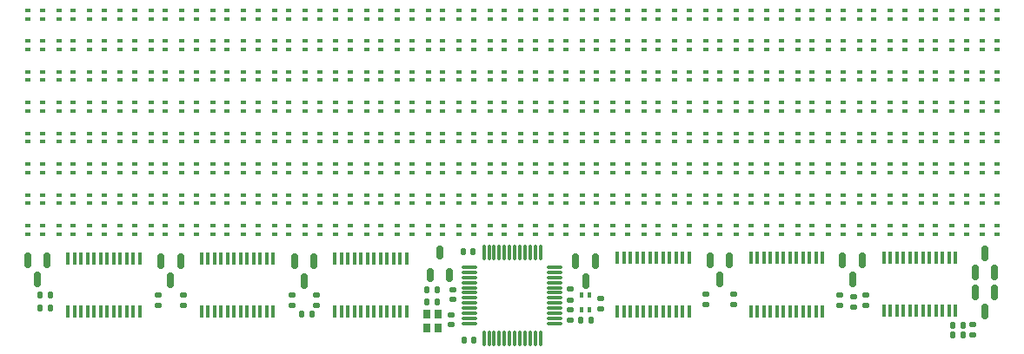
<source format=gbr>
%TF.GenerationSoftware,KiCad,Pcbnew,7.0.6*%
%TF.CreationDate,2023-07-18T02:13:15+02:00*%
%TF.ProjectId,ledboad,6c656462-6f61-4642-9e6b-696361645f70,rev?*%
%TF.SameCoordinates,Original*%
%TF.FileFunction,Paste,Top*%
%TF.FilePolarity,Positive*%
%FSLAX46Y46*%
G04 Gerber Fmt 4.6, Leading zero omitted, Abs format (unit mm)*
G04 Created by KiCad (PCBNEW 7.0.6) date 2023-07-18 02:13:15*
%MOMM*%
%LPD*%
G01*
G04 APERTURE LIST*
G04 Aperture macros list*
%AMRoundRect*
0 Rectangle with rounded corners*
0 $1 Rounding radius*
0 $2 $3 $4 $5 $6 $7 $8 $9 X,Y pos of 4 corners*
0 Add a 4 corners polygon primitive as box body*
4,1,4,$2,$3,$4,$5,$6,$7,$8,$9,$2,$3,0*
0 Add four circle primitives for the rounded corners*
1,1,$1+$1,$2,$3*
1,1,$1+$1,$4,$5*
1,1,$1+$1,$6,$7*
1,1,$1+$1,$8,$9*
0 Add four rect primitives between the rounded corners*
20,1,$1+$1,$2,$3,$4,$5,0*
20,1,$1+$1,$4,$5,$6,$7,0*
20,1,$1+$1,$6,$7,$8,$9,0*
20,1,$1+$1,$8,$9,$2,$3,0*%
G04 Aperture macros list end*
%ADD10R,0.600000X0.400000*%
%ADD11R,0.400000X1.200000*%
%ADD12RoundRect,0.075000X-0.662500X-0.075000X0.662500X-0.075000X0.662500X0.075000X-0.662500X0.075000X0*%
%ADD13RoundRect,0.075000X-0.075000X-0.662500X0.075000X-0.662500X0.075000X0.662500X-0.075000X0.662500X0*%
%ADD14RoundRect,0.150000X-0.150000X0.587500X-0.150000X-0.587500X0.150000X-0.587500X0.150000X0.587500X0*%
%ADD15RoundRect,0.135000X-0.185000X0.135000X-0.185000X-0.135000X0.185000X-0.135000X0.185000X0.135000X0*%
%ADD16RoundRect,0.135000X0.185000X-0.135000X0.185000X0.135000X-0.185000X0.135000X-0.185000X-0.135000X0*%
%ADD17RoundRect,0.140000X-0.140000X-0.170000X0.140000X-0.170000X0.140000X0.170000X-0.140000X0.170000X0*%
%ADD18RoundRect,0.135000X0.135000X0.185000X-0.135000X0.185000X-0.135000X-0.185000X0.135000X-0.185000X0*%
%ADD19R,0.800000X0.900000*%
%ADD20RoundRect,0.140000X0.140000X0.170000X-0.140000X0.170000X-0.140000X-0.170000X0.140000X-0.170000X0*%
%ADD21RoundRect,0.150000X0.150000X-0.587500X0.150000X0.587500X-0.150000X0.587500X-0.150000X-0.587500X0*%
%ADD22RoundRect,0.150000X0.150000X-0.512500X0.150000X0.512500X-0.150000X0.512500X-0.150000X-0.512500X0*%
%ADD23RoundRect,0.140000X-0.170000X0.140000X-0.170000X-0.140000X0.170000X-0.140000X0.170000X0.140000X0*%
%ADD24RoundRect,0.140000X0.170000X-0.140000X0.170000X0.140000X-0.170000X0.140000X-0.170000X-0.140000X0*%
%ADD25RoundRect,0.135000X-0.135000X-0.185000X0.135000X-0.185000X0.135000X0.185000X-0.135000X0.185000X0*%
%ADD26R,0.400000X0.600000*%
G04 APERTURE END LIST*
D10*
%TO.C,D5_6*%
X61597430Y-33698700D03*
X62997430Y-33698700D03*
X62997430Y-34498700D03*
X61597430Y-34498700D03*
%TD*%
%TO.C,D8_4*%
X70595888Y-27699220D03*
X71995888Y-27699220D03*
X71995888Y-28499220D03*
X70595888Y-28499220D03*
%TD*%
%TO.C,D11_3*%
X79594346Y-24699480D03*
X80994346Y-24699480D03*
X80994346Y-25499480D03*
X79594346Y-25499480D03*
%TD*%
%TO.C,D3_7*%
X55598458Y-36698440D03*
X56998458Y-36698440D03*
X56998458Y-37498440D03*
X55598458Y-37498440D03*
%TD*%
%TO.C,D0_3*%
X46600000Y-24699480D03*
X48000000Y-24699480D03*
X48000000Y-25499480D03*
X46600000Y-25499480D03*
%TD*%
%TO.C,D3_5*%
X55598458Y-30698960D03*
X56998458Y-30698960D03*
X56998458Y-31498960D03*
X55598458Y-31498960D03*
%TD*%
%TO.C,D4_3*%
X58597944Y-24699480D03*
X59997944Y-24699480D03*
X59997944Y-25499480D03*
X58597944Y-25499480D03*
%TD*%
%TO.C,D17_6*%
X97591262Y-33698700D03*
X98991262Y-33698700D03*
X98991262Y-34498700D03*
X97591262Y-34498700D03*
%TD*%
%TO.C,D22_2*%
X112587005Y-21699740D03*
X113987005Y-21699740D03*
X113987005Y-22499740D03*
X112587005Y-22499740D03*
%TD*%
%TO.C,D25_2*%
X121587150Y-21699740D03*
X122987150Y-21699740D03*
X122987150Y-22499740D03*
X121587150Y-22499740D03*
%TD*%
%TO.C,D13_5*%
X85593318Y-30698960D03*
X86993318Y-30698960D03*
X86993318Y-31498960D03*
X85593318Y-31498960D03*
%TD*%
%TO.C,D25_6*%
X121587150Y-33698700D03*
X122987150Y-33698700D03*
X122987150Y-34498700D03*
X121587150Y-34498700D03*
%TD*%
%TO.C,D13_6*%
X85593318Y-33698700D03*
X86993318Y-33698700D03*
X86993318Y-34498700D03*
X85593318Y-34498700D03*
%TD*%
%TO.C,D17_2*%
X97591262Y-21699740D03*
X98991262Y-21699740D03*
X98991262Y-22499740D03*
X97591262Y-22499740D03*
%TD*%
D11*
%TO.C,RU2*%
X104007500Y-48037500D03*
X104642500Y-48037500D03*
X105277500Y-48037500D03*
X105912500Y-48037500D03*
X106547500Y-48037500D03*
X107182500Y-48037500D03*
X107817500Y-48037500D03*
X108452500Y-48037500D03*
X109087500Y-48037500D03*
X109722500Y-48037500D03*
X110357500Y-48037500D03*
X110992500Y-48037500D03*
X110992500Y-42837500D03*
X110357500Y-42837500D03*
X109722500Y-42837500D03*
X109087500Y-42837500D03*
X108452500Y-42837500D03*
X107817500Y-42837500D03*
X107182500Y-42837500D03*
X106547500Y-42837500D03*
X105912500Y-42837500D03*
X105277500Y-42837500D03*
X104642500Y-42837500D03*
X104007500Y-42837500D03*
%TD*%
D10*
%TO.C,D8_2*%
X70595888Y-21699740D03*
X71995888Y-21699740D03*
X71995888Y-22499740D03*
X70595888Y-22499740D03*
%TD*%
D11*
%TO.C,RU1*%
X50507500Y-48100000D03*
X51142500Y-48100000D03*
X51777500Y-48100000D03*
X52412500Y-48100000D03*
X53047500Y-48100000D03*
X53682500Y-48100000D03*
X54317500Y-48100000D03*
X54952500Y-48100000D03*
X55587500Y-48100000D03*
X56222500Y-48100000D03*
X56857500Y-48100000D03*
X57492500Y-48100000D03*
X57492500Y-42900000D03*
X56857500Y-42900000D03*
X56222500Y-42900000D03*
X55587500Y-42900000D03*
X54952500Y-42900000D03*
X54317500Y-42900000D03*
X53682500Y-42900000D03*
X53047500Y-42900000D03*
X52412500Y-42900000D03*
X51777500Y-42900000D03*
X51142500Y-42900000D03*
X50507500Y-42900000D03*
%TD*%
D10*
%TO.C,D2_4*%
X52598972Y-27699220D03*
X53998972Y-27699220D03*
X53998972Y-28499220D03*
X52598972Y-28499220D03*
%TD*%
%TO.C,D23_7*%
X115588178Y-36698440D03*
X116988178Y-36698440D03*
X116988178Y-37498440D03*
X115588178Y-37498440D03*
%TD*%
%TO.C,D20_4*%
X106589720Y-27699220D03*
X107989720Y-27699220D03*
X107989720Y-28499220D03*
X106589720Y-28499220D03*
%TD*%
%TO.C,D30_4*%
X136584580Y-27699220D03*
X137984580Y-27699220D03*
X137984580Y-28499220D03*
X136584580Y-28499220D03*
%TD*%
%TO.C,D9_7*%
X73595374Y-36698440D03*
X74995374Y-36698440D03*
X74995374Y-37498440D03*
X73595374Y-37498440D03*
%TD*%
%TO.C,D30_7*%
X136584580Y-36698440D03*
X137984580Y-36698440D03*
X137984580Y-37498440D03*
X136584580Y-37498440D03*
%TD*%
%TO.C,D22_7*%
X112587005Y-36698440D03*
X113987005Y-36698440D03*
X113987005Y-37498440D03*
X112587005Y-37498440D03*
%TD*%
D12*
%TO.C,U1*%
X89587500Y-43750000D03*
X89587500Y-44250000D03*
X89587500Y-44750000D03*
X89587500Y-45250000D03*
X89587500Y-45750000D03*
X89587500Y-46250000D03*
X89587500Y-46750000D03*
X89587500Y-47250000D03*
X89587500Y-47750000D03*
X89587500Y-48250000D03*
X89587500Y-48750000D03*
X89587500Y-49250000D03*
D13*
X91000000Y-50662500D03*
X91500000Y-50662500D03*
X92000000Y-50662500D03*
X92500000Y-50662500D03*
X93000000Y-50662500D03*
X93500000Y-50662500D03*
X94000000Y-50662500D03*
X94500000Y-50662500D03*
X95000000Y-50662500D03*
X95500000Y-50662500D03*
X96000000Y-50662500D03*
X96500000Y-50662500D03*
D12*
X97912500Y-49250000D03*
X97912500Y-48750000D03*
X97912500Y-48250000D03*
X97912500Y-47750000D03*
X97912500Y-47250000D03*
X97912500Y-46750000D03*
X97912500Y-46250000D03*
X97912500Y-45750000D03*
X97912500Y-45250000D03*
X97912500Y-44750000D03*
X97912500Y-44250000D03*
X97912500Y-43750000D03*
D13*
X96500000Y-42337500D03*
X96000000Y-42337500D03*
X95500000Y-42337500D03*
X95000000Y-42337500D03*
X94500000Y-42337500D03*
X94000000Y-42337500D03*
X93500000Y-42337500D03*
X93000000Y-42337500D03*
X92500000Y-42337500D03*
X92000000Y-42337500D03*
X91500000Y-42337500D03*
X91000000Y-42337500D03*
%TD*%
D10*
%TO.C,D13_2*%
X85593318Y-21699740D03*
X86993318Y-21699740D03*
X86993318Y-22499740D03*
X85593318Y-22499740D03*
%TD*%
D14*
%TO.C,Q2*%
X101850000Y-43200000D03*
X99950000Y-43200000D03*
X100900000Y-45075000D03*
%TD*%
D10*
%TO.C,D14_7*%
X88592804Y-36698440D03*
X89992804Y-36698440D03*
X89992804Y-37498440D03*
X88592804Y-37498440D03*
%TD*%
D15*
%TO.C,R13*%
X74725000Y-46440000D03*
X74725000Y-47460000D03*
%TD*%
D10*
%TO.C,D18_7*%
X100590748Y-36698440D03*
X101990748Y-36698440D03*
X101990748Y-37498440D03*
X100590748Y-37498440D03*
%TD*%
%TO.C,D1_1*%
X49599486Y-18700000D03*
X50999486Y-18700000D03*
X50999486Y-19500000D03*
X49599486Y-19500000D03*
%TD*%
D11*
%TO.C,RU6*%
X129957500Y-48025000D03*
X130592500Y-48025000D03*
X131227500Y-48025000D03*
X131862500Y-48025000D03*
X132497500Y-48025000D03*
X133132500Y-48025000D03*
X133767500Y-48025000D03*
X134402500Y-48025000D03*
X135037500Y-48025000D03*
X135672500Y-48025000D03*
X136307500Y-48025000D03*
X136942500Y-48025000D03*
X136942500Y-42825000D03*
X136307500Y-42825000D03*
X135672500Y-42825000D03*
X135037500Y-42825000D03*
X134402500Y-42825000D03*
X133767500Y-42825000D03*
X133132500Y-42825000D03*
X132497500Y-42825000D03*
X131862500Y-42825000D03*
X131227500Y-42825000D03*
X130592500Y-42825000D03*
X129957500Y-42825000D03*
%TD*%
D10*
%TO.C,D31_4*%
X139584066Y-27699220D03*
X140984066Y-27699220D03*
X140984066Y-28499220D03*
X139584066Y-28499220D03*
%TD*%
%TO.C,D4_8*%
X58597944Y-39698180D03*
X59997944Y-39698180D03*
X59997944Y-40498180D03*
X58597944Y-40498180D03*
%TD*%
%TO.C,D18_3*%
X100590748Y-24699480D03*
X101990748Y-24699480D03*
X101990748Y-25499480D03*
X100590748Y-25499480D03*
%TD*%
%TO.C,D23_5*%
X115588178Y-30698960D03*
X116988178Y-30698960D03*
X116988178Y-31498960D03*
X115588178Y-31498960D03*
%TD*%
%TO.C,D21_3*%
X109589206Y-24699480D03*
X110989206Y-24699480D03*
X110989206Y-25499480D03*
X109589206Y-25499480D03*
%TD*%
%TO.C,D13_4*%
X85593318Y-27699220D03*
X86993318Y-27699220D03*
X86993318Y-28499220D03*
X85593318Y-28499220D03*
%TD*%
%TO.C,D24_7*%
X118587664Y-36698440D03*
X119987664Y-36698440D03*
X119987664Y-37498440D03*
X118587664Y-37498440D03*
%TD*%
%TO.C,D18_2*%
X100590748Y-21699740D03*
X101990748Y-21699740D03*
X101990748Y-22499740D03*
X100590748Y-22499740D03*
%TD*%
D16*
%TO.C,R2*%
X99450000Y-46935000D03*
X99450000Y-45915000D03*
%TD*%
D10*
%TO.C,D24_3*%
X118587664Y-24699480D03*
X119987664Y-24699480D03*
X119987664Y-25499480D03*
X118587664Y-25499480D03*
%TD*%
D14*
%TO.C,Q5*%
X74450000Y-43200000D03*
X72550000Y-43200000D03*
X73500000Y-45075000D03*
%TD*%
%TO.C,Q3*%
X61450000Y-43125000D03*
X59550000Y-43125000D03*
X60500000Y-45000000D03*
%TD*%
D10*
%TO.C,D2_5*%
X52598972Y-30698960D03*
X53998972Y-30698960D03*
X53998972Y-31498960D03*
X52598972Y-31498960D03*
%TD*%
D15*
%TO.C,R11*%
X61750000Y-46440000D03*
X61750000Y-47460000D03*
%TD*%
D10*
%TO.C,D17_5*%
X97591262Y-30698960D03*
X98991262Y-30698960D03*
X98991262Y-31498960D03*
X97591262Y-31498960D03*
%TD*%
%TO.C,D5_8*%
X61597430Y-39698180D03*
X62997430Y-39698180D03*
X62997430Y-40498180D03*
X61597430Y-40498180D03*
%TD*%
%TO.C,D2_6*%
X52598972Y-33698700D03*
X53998972Y-33698700D03*
X53998972Y-34498700D03*
X52598972Y-34498700D03*
%TD*%
%TO.C,D20_7*%
X106589720Y-36698440D03*
X107989720Y-36698440D03*
X107989720Y-37498440D03*
X106589720Y-37498440D03*
%TD*%
%TO.C,D0_1*%
X46600000Y-18700000D03*
X48000000Y-18700000D03*
X48000000Y-19500000D03*
X46600000Y-19500000D03*
%TD*%
%TO.C,D23_6*%
X115588178Y-33698700D03*
X116988178Y-33698700D03*
X116988178Y-34498700D03*
X115588178Y-34498700D03*
%TD*%
%TO.C,D10_5*%
X76594860Y-30698960D03*
X77994860Y-30698960D03*
X77994860Y-31498960D03*
X76594860Y-31498960D03*
%TD*%
%TO.C,D31_3*%
X139584066Y-24699480D03*
X140984066Y-24699480D03*
X140984066Y-25499480D03*
X139584066Y-25499480D03*
%TD*%
D17*
%TO.C,C2*%
X88970000Y-42200000D03*
X89930000Y-42200000D03*
%TD*%
D18*
%TO.C,R8*%
X137660000Y-49400000D03*
X136640000Y-49400000D03*
%TD*%
D10*
%TO.C,D7_8*%
X67596402Y-39698180D03*
X68996402Y-39698180D03*
X68996402Y-40498180D03*
X67596402Y-40498180D03*
%TD*%
%TO.C,D5_5*%
X61597430Y-30698960D03*
X62997430Y-30698960D03*
X62997430Y-31498960D03*
X61597430Y-31498960D03*
%TD*%
%TO.C,D20_2*%
X106589720Y-21699740D03*
X107989720Y-21699740D03*
X107989720Y-22499740D03*
X106589720Y-22499740D03*
%TD*%
%TO.C,D22_5*%
X112587005Y-30698960D03*
X113987005Y-30698960D03*
X113987005Y-31498960D03*
X112587005Y-31498960D03*
%TD*%
%TO.C,D17_7*%
X97591262Y-36698440D03*
X98991262Y-36698440D03*
X98991262Y-37498440D03*
X97591262Y-37498440D03*
%TD*%
%TO.C,D25_7*%
X121587150Y-36698440D03*
X122987150Y-36698440D03*
X122987150Y-37498440D03*
X121587150Y-37498440D03*
%TD*%
%TO.C,D20_8*%
X106589720Y-39698180D03*
X107989720Y-39698180D03*
X107989720Y-40498180D03*
X106589720Y-40498180D03*
%TD*%
%TO.C,D28_5*%
X130585608Y-30698960D03*
X131985608Y-30698960D03*
X131985608Y-31498960D03*
X130585608Y-31498960D03*
%TD*%
%TO.C,D0_7*%
X46600000Y-36698440D03*
X48000000Y-36698440D03*
X48000000Y-37498440D03*
X46600000Y-37498440D03*
%TD*%
%TO.C,D12_3*%
X82593832Y-24699480D03*
X83993832Y-24699480D03*
X83993832Y-25499480D03*
X82593832Y-25499480D03*
%TD*%
D19*
%TO.C,Y1*%
X85450000Y-48325000D03*
X85450000Y-49725000D03*
X86550000Y-49725000D03*
X86550000Y-48325000D03*
%TD*%
D10*
%TO.C,D14_6*%
X88592804Y-33698700D03*
X89992804Y-33698700D03*
X89992804Y-34498700D03*
X88592804Y-34498700D03*
%TD*%
D20*
%TO.C,C3*%
X90005000Y-50875000D03*
X89045000Y-50875000D03*
%TD*%
D10*
%TO.C,D14_5*%
X88592804Y-30698960D03*
X89992804Y-30698960D03*
X89992804Y-31498960D03*
X88592804Y-31498960D03*
%TD*%
%TO.C,D16_7*%
X94591776Y-36698440D03*
X95991776Y-36698440D03*
X95991776Y-37498440D03*
X94591776Y-37498440D03*
%TD*%
%TO.C,D23_4*%
X115588178Y-27699220D03*
X116988178Y-27699220D03*
X116988178Y-28499220D03*
X115588178Y-28499220D03*
%TD*%
%TO.C,D21_5*%
X109589206Y-30698960D03*
X110989206Y-30698960D03*
X110989206Y-31498960D03*
X109589206Y-31498960D03*
%TD*%
%TO.C,D7_7*%
X67596402Y-36698440D03*
X68996402Y-36698440D03*
X68996402Y-37498440D03*
X67596402Y-37498440D03*
%TD*%
%TO.C,D5_4*%
X61597430Y-27699220D03*
X62997430Y-27699220D03*
X62997430Y-28499220D03*
X61597430Y-28499220D03*
%TD*%
%TO.C,D16_3*%
X94591776Y-24699480D03*
X95991776Y-24699480D03*
X95991776Y-25499480D03*
X94591776Y-25499480D03*
%TD*%
%TO.C,D28_8*%
X130585608Y-39698180D03*
X131985608Y-39698180D03*
X131985608Y-40498180D03*
X130585608Y-40498180D03*
%TD*%
%TO.C,D2_2*%
X52598972Y-21699740D03*
X53998972Y-21699740D03*
X53998972Y-22499740D03*
X52598972Y-22499740D03*
%TD*%
%TO.C,D19_7*%
X103590234Y-36698440D03*
X104990234Y-36698440D03*
X104990234Y-37498440D03*
X103590234Y-37498440D03*
%TD*%
%TO.C,D17_8*%
X97591262Y-39698180D03*
X98991262Y-39698180D03*
X98991262Y-40498180D03*
X97591262Y-40498180D03*
%TD*%
D11*
%TO.C,RU5*%
X76507500Y-48100000D03*
X77142500Y-48100000D03*
X77777500Y-48100000D03*
X78412500Y-48100000D03*
X79047500Y-48100000D03*
X79682500Y-48100000D03*
X80317500Y-48100000D03*
X80952500Y-48100000D03*
X81587500Y-48100000D03*
X82222500Y-48100000D03*
X82857500Y-48100000D03*
X83492500Y-48100000D03*
X83492500Y-42900000D03*
X82857500Y-42900000D03*
X82222500Y-42900000D03*
X81587500Y-42900000D03*
X80952500Y-42900000D03*
X80317500Y-42900000D03*
X79682500Y-42900000D03*
X79047500Y-42900000D03*
X78412500Y-42900000D03*
X77777500Y-42900000D03*
X77142500Y-42900000D03*
X76507500Y-42900000D03*
%TD*%
D10*
%TO.C,D5_7*%
X61597430Y-36698440D03*
X62997430Y-36698440D03*
X62997430Y-37498440D03*
X61597430Y-37498440D03*
%TD*%
%TO.C,D23_2*%
X115588178Y-21699740D03*
X116988178Y-21699740D03*
X116988178Y-22499740D03*
X115588178Y-22499740D03*
%TD*%
%TO.C,D0_4*%
X46600000Y-27699220D03*
X48000000Y-27699220D03*
X48000000Y-28499220D03*
X46600000Y-28499220D03*
%TD*%
%TO.C,D15_3*%
X91592290Y-24699480D03*
X92992290Y-24699480D03*
X92992290Y-25499480D03*
X91592290Y-25499480D03*
%TD*%
D15*
%TO.C,R10*%
X112650000Y-46340000D03*
X112650000Y-47360000D03*
%TD*%
D10*
%TO.C,D10_4*%
X76594860Y-27699220D03*
X77994860Y-27699220D03*
X77994860Y-28499220D03*
X76594860Y-28499220D03*
%TD*%
%TO.C,D14_8*%
X88592804Y-39698180D03*
X89992804Y-39698180D03*
X89992804Y-40498180D03*
X88592804Y-40498180D03*
%TD*%
%TO.C,D24_5*%
X118587664Y-30698960D03*
X119987664Y-30698960D03*
X119987664Y-31498960D03*
X118587664Y-31498960D03*
%TD*%
%TO.C,D26_1*%
X124584949Y-18700000D03*
X125984949Y-18700000D03*
X125984949Y-19500000D03*
X124584949Y-19500000D03*
%TD*%
%TO.C,D2_3*%
X52598972Y-24699480D03*
X53998972Y-24699480D03*
X53998972Y-25499480D03*
X52598972Y-25499480D03*
%TD*%
D15*
%TO.C,R3*%
X59250000Y-46440000D03*
X59250000Y-47460000D03*
%TD*%
D10*
%TO.C,D31_2*%
X139584066Y-21699740D03*
X140984066Y-21699740D03*
X140984066Y-22499740D03*
X139584066Y-22499740D03*
%TD*%
%TO.C,D11_7*%
X79594346Y-36698440D03*
X80994346Y-36698440D03*
X80994346Y-37498440D03*
X79594346Y-37498440D03*
%TD*%
%TO.C,D29_7*%
X133585094Y-36698440D03*
X134985094Y-36698440D03*
X134985094Y-37498440D03*
X133585094Y-37498440D03*
%TD*%
%TO.C,D18_5*%
X100590748Y-30698960D03*
X101990748Y-30698960D03*
X101990748Y-31498960D03*
X100590748Y-31498960D03*
%TD*%
%TO.C,D27_8*%
X127586122Y-39698180D03*
X128986122Y-39698180D03*
X128986122Y-40498180D03*
X127586122Y-40498180D03*
%TD*%
%TO.C,D0_5*%
X46600000Y-30698960D03*
X48000000Y-30698960D03*
X48000000Y-31498960D03*
X46600000Y-31498960D03*
%TD*%
%TO.C,D19_6*%
X103590234Y-33698700D03*
X104990234Y-33698700D03*
X104990234Y-34498700D03*
X103590234Y-34498700D03*
%TD*%
%TO.C,D13_8*%
X85593318Y-39698180D03*
X86993318Y-39698180D03*
X86993318Y-40498180D03*
X85593318Y-40498180D03*
%TD*%
%TO.C,D5_3*%
X61597430Y-24699480D03*
X62997430Y-24699480D03*
X62997430Y-25499480D03*
X61597430Y-25499480D03*
%TD*%
%TO.C,D22_1*%
X112587005Y-18700000D03*
X113987005Y-18700000D03*
X113987005Y-19500000D03*
X112587005Y-19500000D03*
%TD*%
%TO.C,D14_2*%
X88592804Y-21699740D03*
X89992804Y-21699740D03*
X89992804Y-22499740D03*
X88592804Y-22499740D03*
%TD*%
%TO.C,D1_2*%
X49599486Y-21699740D03*
X50999486Y-21699740D03*
X50999486Y-22499740D03*
X49599486Y-22499740D03*
%TD*%
D18*
%TO.C,R7*%
X137660000Y-50350000D03*
X136640000Y-50350000D03*
%TD*%
D10*
%TO.C,D22_4*%
X112587005Y-27699220D03*
X113987005Y-27699220D03*
X113987005Y-28499220D03*
X112587005Y-28499220D03*
%TD*%
%TO.C,D24_2*%
X118587664Y-21699740D03*
X119987664Y-21699740D03*
X119987664Y-22499740D03*
X118587664Y-22499740D03*
%TD*%
%TO.C,D20_6*%
X106589720Y-33698700D03*
X107989720Y-33698700D03*
X107989720Y-34498700D03*
X106589720Y-34498700D03*
%TD*%
%TO.C,D19_1*%
X103590234Y-18700000D03*
X104990234Y-18700000D03*
X104990234Y-19500000D03*
X103590234Y-19500000D03*
%TD*%
%TO.C,D25_8*%
X121587150Y-39698180D03*
X122987150Y-39698180D03*
X122987150Y-40498180D03*
X121587150Y-40498180D03*
%TD*%
%TO.C,D15_1*%
X91592290Y-18700000D03*
X92992290Y-18700000D03*
X92992290Y-19500000D03*
X91592290Y-19500000D03*
%TD*%
%TO.C,D26_6*%
X124584949Y-33698700D03*
X125984949Y-33698700D03*
X125984949Y-34498700D03*
X124584949Y-34498700D03*
%TD*%
%TO.C,D21_2*%
X109589206Y-21699740D03*
X110989206Y-21699740D03*
X110989206Y-22499740D03*
X109589206Y-22499740D03*
%TD*%
%TO.C,D23_3*%
X115588178Y-24699480D03*
X116988178Y-24699480D03*
X116988178Y-25499480D03*
X115588178Y-25499480D03*
%TD*%
%TO.C,D22_3*%
X112587005Y-24699480D03*
X113987005Y-24699480D03*
X113987005Y-25499480D03*
X112587005Y-25499480D03*
%TD*%
%TO.C,D1_3*%
X49599486Y-24699480D03*
X50999486Y-24699480D03*
X50999486Y-25499480D03*
X49599486Y-25499480D03*
%TD*%
%TO.C,D28_1*%
X130585608Y-18700000D03*
X131985608Y-18700000D03*
X131985608Y-19500000D03*
X130585608Y-19500000D03*
%TD*%
%TO.C,D14_4*%
X88592804Y-27699220D03*
X89992804Y-27699220D03*
X89992804Y-28499220D03*
X88592804Y-28499220D03*
%TD*%
%TO.C,D12_7*%
X82593832Y-36698440D03*
X83993832Y-36698440D03*
X83993832Y-37498440D03*
X82593832Y-37498440D03*
%TD*%
%TO.C,D20_1*%
X106589720Y-18700000D03*
X107989720Y-18700000D03*
X107989720Y-19500000D03*
X106589720Y-19500000D03*
%TD*%
%TO.C,D27_5*%
X127586122Y-30698960D03*
X128986122Y-30698960D03*
X128986122Y-31498960D03*
X127586122Y-31498960D03*
%TD*%
D14*
%TO.C,Q1*%
X48450000Y-43062500D03*
X46550000Y-43062500D03*
X47500000Y-44937500D03*
%TD*%
D10*
%TO.C,D14_3*%
X88592804Y-24699480D03*
X89992804Y-24699480D03*
X89992804Y-25499480D03*
X88592804Y-25499480D03*
%TD*%
D14*
%TO.C,Q4*%
X114950000Y-43100000D03*
X113050000Y-43100000D03*
X114000000Y-44975000D03*
%TD*%
D10*
%TO.C,D6_8*%
X64596916Y-39698180D03*
X65996916Y-39698180D03*
X65996916Y-40498180D03*
X64596916Y-40498180D03*
%TD*%
%TO.C,D23_1*%
X115588178Y-18700000D03*
X116988178Y-18700000D03*
X116988178Y-19500000D03*
X115588178Y-19500000D03*
%TD*%
%TO.C,D10_1*%
X76594860Y-18700000D03*
X77994860Y-18700000D03*
X77994860Y-19500000D03*
X76594860Y-19500000D03*
%TD*%
%TO.C,D19_4*%
X103590234Y-27699220D03*
X104990234Y-27699220D03*
X104990234Y-28499220D03*
X103590234Y-28499220D03*
%TD*%
%TO.C,D1_6*%
X49599486Y-33698700D03*
X50999486Y-33698700D03*
X50999486Y-34498700D03*
X49599486Y-34498700D03*
%TD*%
%TO.C,D3_3*%
X55598458Y-24699480D03*
X56998458Y-24699480D03*
X56998458Y-25499480D03*
X55598458Y-25499480D03*
%TD*%
%TO.C,D5_2*%
X61597430Y-21699740D03*
X62997430Y-21699740D03*
X62997430Y-22499740D03*
X61597430Y-22499740D03*
%TD*%
%TO.C,D30_6*%
X136584580Y-33698700D03*
X137984580Y-33698700D03*
X137984580Y-34498700D03*
X136584580Y-34498700D03*
%TD*%
%TO.C,D15_5*%
X91592290Y-30698960D03*
X92992290Y-30698960D03*
X92992290Y-31498960D03*
X91592290Y-31498960D03*
%TD*%
%TO.C,D28_3*%
X130585608Y-24699480D03*
X131985608Y-24699480D03*
X131985608Y-25499480D03*
X130585608Y-25499480D03*
%TD*%
%TO.C,D7_2*%
X67596402Y-21699740D03*
X68996402Y-21699740D03*
X68996402Y-22499740D03*
X67596402Y-22499740D03*
%TD*%
%TO.C,D10_6*%
X76594860Y-33698700D03*
X77994860Y-33698700D03*
X77994860Y-34498700D03*
X76594860Y-34498700D03*
%TD*%
D15*
%TO.C,R5*%
X72300000Y-46440000D03*
X72300000Y-47460000D03*
%TD*%
D10*
%TO.C,D18_6*%
X100590748Y-33698700D03*
X101990748Y-33698700D03*
X101990748Y-34498700D03*
X100590748Y-34498700D03*
%TD*%
%TO.C,D11_1*%
X79594346Y-18700000D03*
X80994346Y-18700000D03*
X80994346Y-19500000D03*
X79594346Y-19500000D03*
%TD*%
%TO.C,D21_1*%
X109589206Y-18700000D03*
X110989206Y-18700000D03*
X110989206Y-19500000D03*
X109589206Y-19500000D03*
%TD*%
%TO.C,D1_7*%
X49599486Y-36698440D03*
X50999486Y-36698440D03*
X50999486Y-37498440D03*
X49599486Y-37498440D03*
%TD*%
%TO.C,D27_1*%
X127586122Y-18700000D03*
X128986122Y-18700000D03*
X128986122Y-19500000D03*
X127586122Y-19500000D03*
%TD*%
%TO.C,D24_6*%
X118587664Y-33698700D03*
X119987664Y-33698700D03*
X119987664Y-34498700D03*
X118587664Y-34498700D03*
%TD*%
%TO.C,D9_8*%
X73595374Y-39698180D03*
X74995374Y-39698180D03*
X74995374Y-40498180D03*
X73595374Y-40498180D03*
%TD*%
%TO.C,D8_1*%
X70595888Y-18700000D03*
X71995888Y-18700000D03*
X71995888Y-19500000D03*
X70595888Y-19500000D03*
%TD*%
%TO.C,D25_5*%
X121587150Y-30698960D03*
X122987150Y-30698960D03*
X122987150Y-31498960D03*
X121587150Y-31498960D03*
%TD*%
%TO.C,D12_6*%
X82593832Y-33698700D03*
X83993832Y-33698700D03*
X83993832Y-34498700D03*
X82593832Y-34498700D03*
%TD*%
%TO.C,D0_8*%
X46600000Y-39698180D03*
X48000000Y-39698180D03*
X48000000Y-40498180D03*
X46600000Y-40498180D03*
%TD*%
%TO.C,D16_4*%
X94591776Y-27699220D03*
X95991776Y-27699220D03*
X95991776Y-28499220D03*
X94591776Y-28499220D03*
%TD*%
%TO.C,D19_5*%
X103590234Y-30698960D03*
X104990234Y-30698960D03*
X104990234Y-31498960D03*
X103590234Y-31498960D03*
%TD*%
%TO.C,D11_4*%
X79594346Y-27699220D03*
X80994346Y-27699220D03*
X80994346Y-28499220D03*
X79594346Y-28499220D03*
%TD*%
%TO.C,D9_6*%
X73595374Y-33698700D03*
X74995374Y-33698700D03*
X74995374Y-34498700D03*
X73595374Y-34498700D03*
%TD*%
%TO.C,D29_6*%
X133585094Y-33698700D03*
X134985094Y-33698700D03*
X134985094Y-34498700D03*
X133585094Y-34498700D03*
%TD*%
D11*
%TO.C,RU3*%
X63507500Y-48100000D03*
X64142500Y-48100000D03*
X64777500Y-48100000D03*
X65412500Y-48100000D03*
X66047500Y-48100000D03*
X66682500Y-48100000D03*
X67317500Y-48100000D03*
X67952500Y-48100000D03*
X68587500Y-48100000D03*
X69222500Y-48100000D03*
X69857500Y-48100000D03*
X70492500Y-48100000D03*
X70492500Y-42900000D03*
X69857500Y-42900000D03*
X69222500Y-42900000D03*
X68587500Y-42900000D03*
X67952500Y-42900000D03*
X67317500Y-42900000D03*
X66682500Y-42900000D03*
X66047500Y-42900000D03*
X65412500Y-42900000D03*
X64777500Y-42900000D03*
X64142500Y-42900000D03*
X63507500Y-42900000D03*
%TD*%
D10*
%TO.C,D31_8*%
X139584066Y-39698180D03*
X140984066Y-39698180D03*
X140984066Y-40498180D03*
X139584066Y-40498180D03*
%TD*%
%TO.C,D3_4*%
X55598458Y-27699220D03*
X56998458Y-27699220D03*
X56998458Y-28499220D03*
X55598458Y-28499220D03*
%TD*%
%TO.C,D30_1*%
X136584580Y-18700000D03*
X137984580Y-18700000D03*
X137984580Y-19500000D03*
X136584580Y-19500000D03*
%TD*%
%TO.C,D31_5*%
X139584066Y-30698960D03*
X140984066Y-30698960D03*
X140984066Y-31498960D03*
X139584066Y-31498960D03*
%TD*%
%TO.C,D25_4*%
X121587150Y-27699220D03*
X122987150Y-27699220D03*
X122987150Y-28499220D03*
X121587150Y-28499220D03*
%TD*%
%TO.C,D11_8*%
X79594346Y-39698180D03*
X80994346Y-39698180D03*
X80994346Y-40498180D03*
X79594346Y-40498180D03*
%TD*%
%TO.C,D26_2*%
X124584949Y-21699740D03*
X125984949Y-21699740D03*
X125984949Y-22499740D03*
X124584949Y-22499740D03*
%TD*%
%TO.C,D27_6*%
X127586122Y-33698700D03*
X128986122Y-33698700D03*
X128986122Y-34498700D03*
X127586122Y-34498700D03*
%TD*%
%TO.C,D31_6*%
X139584066Y-33698700D03*
X140984066Y-33698700D03*
X140984066Y-34498700D03*
X139584066Y-34498700D03*
%TD*%
%TO.C,D6_3*%
X64596916Y-24699480D03*
X65996916Y-24699480D03*
X65996916Y-25499480D03*
X64596916Y-25499480D03*
%TD*%
%TO.C,D8_3*%
X70595888Y-24699480D03*
X71995888Y-24699480D03*
X71995888Y-25499480D03*
X70595888Y-25499480D03*
%TD*%
D21*
%TO.C,Q8*%
X138850000Y-44237500D03*
X140750000Y-44237500D03*
X139800000Y-42362500D03*
%TD*%
D10*
%TO.C,D29_1*%
X133585094Y-18700000D03*
X134985094Y-18700000D03*
X134985094Y-19500000D03*
X133585094Y-19500000D03*
%TD*%
%TO.C,D4_2*%
X58597944Y-21699740D03*
X59997944Y-21699740D03*
X59997944Y-22499740D03*
X58597944Y-22499740D03*
%TD*%
%TO.C,D28_2*%
X130585608Y-21699740D03*
X131985608Y-21699740D03*
X131985608Y-22499740D03*
X130585608Y-22499740D03*
%TD*%
%TO.C,D1_4*%
X49599486Y-27699220D03*
X50999486Y-27699220D03*
X50999486Y-28499220D03*
X49599486Y-28499220D03*
%TD*%
%TO.C,D19_8*%
X103590234Y-39698180D03*
X104990234Y-39698180D03*
X104990234Y-40498180D03*
X103590234Y-40498180D03*
%TD*%
%TO.C,D12_5*%
X82593832Y-30698960D03*
X83993832Y-30698960D03*
X83993832Y-31498960D03*
X82593832Y-31498960D03*
%TD*%
%TO.C,D13_1*%
X85593318Y-18700000D03*
X86993318Y-18700000D03*
X86993318Y-19500000D03*
X85593318Y-19500000D03*
%TD*%
%TO.C,D17_1*%
X97591262Y-18700000D03*
X98991262Y-18700000D03*
X98991262Y-19500000D03*
X97591262Y-19500000D03*
%TD*%
D15*
%TO.C,R14*%
X128200000Y-46440000D03*
X128200000Y-47460000D03*
%TD*%
D10*
%TO.C,D26_3*%
X124584949Y-24699480D03*
X125984949Y-24699480D03*
X125984949Y-25499480D03*
X124584949Y-25499480D03*
%TD*%
%TO.C,D8_5*%
X70595888Y-30698960D03*
X71995888Y-30698960D03*
X71995888Y-31498960D03*
X70595888Y-31498960D03*
%TD*%
%TO.C,D30_2*%
X136584580Y-21699740D03*
X137984580Y-21699740D03*
X137984580Y-22499740D03*
X136584580Y-22499740D03*
%TD*%
%TO.C,D30_3*%
X136584580Y-24699480D03*
X137984580Y-24699480D03*
X137984580Y-25499480D03*
X136584580Y-25499480D03*
%TD*%
D16*
%TO.C,R12*%
X127000000Y-47660000D03*
X127000000Y-46640000D03*
%TD*%
D10*
%TO.C,D9_3*%
X73595374Y-24699480D03*
X74995374Y-24699480D03*
X74995374Y-25499480D03*
X73595374Y-25499480D03*
%TD*%
%TO.C,D19_3*%
X103590234Y-24699480D03*
X104990234Y-24699480D03*
X104990234Y-25499480D03*
X103590234Y-25499480D03*
%TD*%
%TO.C,D8_7*%
X70595888Y-36698440D03*
X71995888Y-36698440D03*
X71995888Y-37498440D03*
X70595888Y-37498440D03*
%TD*%
%TO.C,D12_1*%
X82593832Y-18700000D03*
X83993832Y-18700000D03*
X83993832Y-19500000D03*
X82593832Y-19500000D03*
%TD*%
%TO.C,D26_7*%
X124584949Y-36698440D03*
X125984949Y-36698440D03*
X125984949Y-37498440D03*
X124584949Y-37498440D03*
%TD*%
%TO.C,D9_4*%
X73595374Y-27699220D03*
X74995374Y-27699220D03*
X74995374Y-28499220D03*
X73595374Y-28499220D03*
%TD*%
%TO.C,D6_4*%
X64596916Y-27699220D03*
X65996916Y-27699220D03*
X65996916Y-28499220D03*
X64596916Y-28499220D03*
%TD*%
%TO.C,D4_7*%
X58597944Y-36698440D03*
X59997944Y-36698440D03*
X59997944Y-37498440D03*
X58597944Y-37498440D03*
%TD*%
%TO.C,D16_8*%
X94591776Y-39698180D03*
X95991776Y-39698180D03*
X95991776Y-40498180D03*
X94591776Y-40498180D03*
%TD*%
%TO.C,D11_2*%
X79594346Y-21699740D03*
X80994346Y-21699740D03*
X80994346Y-22499740D03*
X79594346Y-22499740D03*
%TD*%
%TO.C,D6_5*%
X64596916Y-30698960D03*
X65996916Y-30698960D03*
X65996916Y-31498960D03*
X64596916Y-31498960D03*
%TD*%
%TO.C,D16_5*%
X94591776Y-30698960D03*
X95991776Y-30698960D03*
X95991776Y-31498960D03*
X94591776Y-31498960D03*
%TD*%
%TO.C,D26_4*%
X124584949Y-27699220D03*
X125984949Y-27699220D03*
X125984949Y-28499220D03*
X124584949Y-28499220D03*
%TD*%
%TO.C,D8_6*%
X70595888Y-33698700D03*
X71995888Y-33698700D03*
X71995888Y-34498700D03*
X70595888Y-34498700D03*
%TD*%
D22*
%TO.C,U2*%
X85750000Y-44550000D03*
X87650000Y-44550000D03*
X86700000Y-42275000D03*
%TD*%
D10*
%TO.C,D7_1*%
X67596402Y-18700000D03*
X68996402Y-18700000D03*
X68996402Y-19500000D03*
X67596402Y-19500000D03*
%TD*%
%TO.C,D22_8*%
X112587005Y-39698180D03*
X113987005Y-39698180D03*
X113987005Y-40498180D03*
X112587005Y-40498180D03*
%TD*%
%TO.C,D6_6*%
X64596916Y-33698700D03*
X65996916Y-33698700D03*
X65996916Y-34498700D03*
X64596916Y-34498700D03*
%TD*%
%TO.C,D28_7*%
X130585608Y-36698440D03*
X131985608Y-36698440D03*
X131985608Y-37498440D03*
X130585608Y-37498440D03*
%TD*%
%TO.C,D15_8*%
X91592290Y-39698180D03*
X92992290Y-39698180D03*
X92992290Y-40498180D03*
X91592290Y-40498180D03*
%TD*%
%TO.C,D3_2*%
X55598458Y-21699740D03*
X56998458Y-21699740D03*
X56998458Y-22499740D03*
X55598458Y-22499740D03*
%TD*%
%TO.C,D6_1*%
X64596916Y-18700000D03*
X65996916Y-18700000D03*
X65996916Y-19500000D03*
X64596916Y-19500000D03*
%TD*%
%TO.C,D16_1*%
X94591776Y-18700000D03*
X95991776Y-18700000D03*
X95991776Y-19500000D03*
X94591776Y-19500000D03*
%TD*%
%TO.C,D4_6*%
X58597944Y-33698700D03*
X59997944Y-33698700D03*
X59997944Y-34498700D03*
X58597944Y-34498700D03*
%TD*%
%TO.C,D15_6*%
X91592290Y-33698700D03*
X92992290Y-33698700D03*
X92992290Y-34498700D03*
X91592290Y-34498700D03*
%TD*%
D15*
%TO.C,R16*%
X99450000Y-47890000D03*
X99450000Y-48910000D03*
%TD*%
D10*
%TO.C,D29_8*%
X133585094Y-39698180D03*
X134985094Y-39698180D03*
X134985094Y-40498180D03*
X133585094Y-40498180D03*
%TD*%
%TO.C,D12_4*%
X82593832Y-27699220D03*
X83993832Y-27699220D03*
X83993832Y-28499220D03*
X82593832Y-28499220D03*
%TD*%
D14*
%TO.C,Q7*%
X140750000Y-46212500D03*
X138850000Y-46212500D03*
X139800000Y-48087500D03*
%TD*%
D17*
%TO.C,C7*%
X85470000Y-47150000D03*
X86430000Y-47150000D03*
%TD*%
D10*
%TO.C,D20_3*%
X106589720Y-24699480D03*
X107989720Y-24699480D03*
X107989720Y-25499480D03*
X106589720Y-25499480D03*
%TD*%
D15*
%TO.C,R17*%
X102350000Y-46840000D03*
X102350000Y-47860000D03*
%TD*%
D10*
%TO.C,D1_8*%
X49599486Y-39698180D03*
X50999486Y-39698180D03*
X50999486Y-40498180D03*
X49599486Y-40498180D03*
%TD*%
%TO.C,D19_2*%
X103590234Y-21699740D03*
X104990234Y-21699740D03*
X104990234Y-22499740D03*
X103590234Y-22499740D03*
%TD*%
%TO.C,D4_1*%
X58597944Y-18700000D03*
X59997944Y-18700000D03*
X59997944Y-19500000D03*
X58597944Y-19500000D03*
%TD*%
D23*
%TO.C,C10*%
X138600000Y-49370000D03*
X138600000Y-50330000D03*
%TD*%
D10*
%TO.C,D10_7*%
X76594860Y-36698440D03*
X77994860Y-36698440D03*
X77994860Y-37498440D03*
X76594860Y-37498440D03*
%TD*%
%TO.C,D8_8*%
X70595888Y-39698180D03*
X71995888Y-39698180D03*
X71995888Y-40498180D03*
X70595888Y-40498180D03*
%TD*%
%TO.C,D21_6*%
X109589206Y-33698700D03*
X110989206Y-33698700D03*
X110989206Y-34498700D03*
X109589206Y-34498700D03*
%TD*%
%TO.C,D9_2*%
X73595374Y-21699740D03*
X74995374Y-21699740D03*
X74995374Y-22499740D03*
X73595374Y-22499740D03*
%TD*%
D14*
%TO.C,Q6*%
X127850000Y-43100000D03*
X125950000Y-43100000D03*
X126900000Y-44975000D03*
%TD*%
D10*
%TO.C,D14_1*%
X88592804Y-18700000D03*
X89992804Y-18700000D03*
X89992804Y-19500000D03*
X88592804Y-19500000D03*
%TD*%
%TO.C,D31_1*%
X139584066Y-18700000D03*
X140984066Y-18700000D03*
X140984066Y-19500000D03*
X139584066Y-19500000D03*
%TD*%
%TO.C,D29_5*%
X133585094Y-30698960D03*
X134985094Y-30698960D03*
X134985094Y-31498960D03*
X133585094Y-31498960D03*
%TD*%
%TO.C,D16_6*%
X94591776Y-33698700D03*
X95991776Y-33698700D03*
X95991776Y-34498700D03*
X94591776Y-34498700D03*
%TD*%
%TO.C,D13_3*%
X85593318Y-24699480D03*
X86993318Y-24699480D03*
X86993318Y-25499480D03*
X85593318Y-25499480D03*
%TD*%
%TO.C,D15_2*%
X91592290Y-21699740D03*
X92992290Y-21699740D03*
X92992290Y-22499740D03*
X91592290Y-22499740D03*
%TD*%
%TO.C,D21_7*%
X109589206Y-36698440D03*
X110989206Y-36698440D03*
X110989206Y-37498440D03*
X109589206Y-37498440D03*
%TD*%
%TO.C,D24_8*%
X118587664Y-39698180D03*
X119987664Y-39698180D03*
X119987664Y-40498180D03*
X118587664Y-40498180D03*
%TD*%
%TO.C,D9_1*%
X73595374Y-18700000D03*
X74995374Y-18700000D03*
X74995374Y-19500000D03*
X73595374Y-19500000D03*
%TD*%
%TO.C,D16_2*%
X94591776Y-21699740D03*
X95991776Y-21699740D03*
X95991776Y-22499740D03*
X94591776Y-22499740D03*
%TD*%
D15*
%TO.C,R6*%
X125700000Y-46440000D03*
X125700000Y-47460000D03*
%TD*%
D10*
%TO.C,D3_8*%
X55598458Y-39698180D03*
X56998458Y-39698180D03*
X56998458Y-40498180D03*
X55598458Y-40498180D03*
%TD*%
%TO.C,D5_1*%
X61597430Y-18700000D03*
X62997430Y-18700000D03*
X62997430Y-19500000D03*
X61597430Y-19500000D03*
%TD*%
%TO.C,D28_4*%
X130585608Y-27699220D03*
X131985608Y-27699220D03*
X131985608Y-28499220D03*
X130585608Y-28499220D03*
%TD*%
%TO.C,D3_1*%
X55598458Y-18700000D03*
X56998458Y-18700000D03*
X56998458Y-19500000D03*
X55598458Y-19500000D03*
%TD*%
%TO.C,D20_5*%
X106589720Y-30698960D03*
X107989720Y-30698960D03*
X107989720Y-31498960D03*
X106589720Y-31498960D03*
%TD*%
%TO.C,D11_5*%
X79594346Y-30698960D03*
X80994346Y-30698960D03*
X80994346Y-31498960D03*
X79594346Y-31498960D03*
%TD*%
%TO.C,D18_1*%
X100590748Y-18700000D03*
X101990748Y-18700000D03*
X101990748Y-19500000D03*
X100590748Y-19500000D03*
%TD*%
%TO.C,D1_5*%
X49599486Y-30698960D03*
X50999486Y-30698960D03*
X50999486Y-31498960D03*
X49599486Y-31498960D03*
%TD*%
%TO.C,D26_8*%
X124584949Y-39698180D03*
X125984949Y-39698180D03*
X125984949Y-40498180D03*
X124584949Y-40498180D03*
%TD*%
%TO.C,D29_3*%
X133585094Y-24699480D03*
X134985094Y-24699480D03*
X134985094Y-25499480D03*
X133585094Y-25499480D03*
%TD*%
%TO.C,D18_4*%
X100590748Y-27699220D03*
X101990748Y-27699220D03*
X101990748Y-28499220D03*
X100590748Y-28499220D03*
%TD*%
%TO.C,D25_1*%
X121587150Y-18700000D03*
X122987150Y-18700000D03*
X122987150Y-19500000D03*
X121587150Y-19500000D03*
%TD*%
D23*
%TO.C,C1*%
X88000000Y-45970000D03*
X88000000Y-46930000D03*
%TD*%
D10*
%TO.C,D15_4*%
X91592290Y-27699220D03*
X92992290Y-27699220D03*
X92992290Y-28499220D03*
X91592290Y-28499220D03*
%TD*%
%TO.C,D7_6*%
X67596402Y-33698700D03*
X68996402Y-33698700D03*
X68996402Y-34498700D03*
X67596402Y-34498700D03*
%TD*%
%TO.C,D10_8*%
X76594860Y-39698180D03*
X77994860Y-39698180D03*
X77994860Y-40498180D03*
X76594860Y-40498180D03*
%TD*%
%TO.C,D9_5*%
X73595374Y-30698960D03*
X74995374Y-30698960D03*
X74995374Y-31498960D03*
X73595374Y-31498960D03*
%TD*%
%TO.C,D10_2*%
X76594860Y-21699740D03*
X77994860Y-21699740D03*
X77994860Y-22499740D03*
X76594860Y-22499740D03*
%TD*%
%TO.C,D22_6*%
X112587005Y-33698700D03*
X113987005Y-33698700D03*
X113987005Y-34498700D03*
X112587005Y-34498700D03*
%TD*%
D18*
%TO.C,R9*%
X48760000Y-47750000D03*
X47740000Y-47750000D03*
%TD*%
D10*
%TO.C,D27_7*%
X127586122Y-36698440D03*
X128986122Y-36698440D03*
X128986122Y-37498440D03*
X127586122Y-37498440D03*
%TD*%
D15*
%TO.C,R4*%
X115350000Y-46340000D03*
X115350000Y-47360000D03*
%TD*%
D10*
%TO.C,D21_8*%
X109589206Y-39698180D03*
X110989206Y-39698180D03*
X110989206Y-40498180D03*
X109589206Y-40498180D03*
%TD*%
%TO.C,D4_4*%
X58597944Y-27699220D03*
X59997944Y-27699220D03*
X59997944Y-28499220D03*
X58597944Y-28499220D03*
%TD*%
%TO.C,D7_3*%
X67596402Y-24699480D03*
X68996402Y-24699480D03*
X68996402Y-25499480D03*
X67596402Y-25499480D03*
%TD*%
%TO.C,D4_5*%
X58597944Y-30698960D03*
X59997944Y-30698960D03*
X59997944Y-31498960D03*
X58597944Y-31498960D03*
%TD*%
%TO.C,D11_6*%
X79594346Y-33698700D03*
X80994346Y-33698700D03*
X80994346Y-34498700D03*
X79594346Y-34498700D03*
%TD*%
%TO.C,D18_8*%
X100590748Y-39698180D03*
X101990748Y-39698180D03*
X101990748Y-40498180D03*
X100590748Y-40498180D03*
%TD*%
%TO.C,D15_7*%
X91592290Y-36698440D03*
X92992290Y-36698440D03*
X92992290Y-37498440D03*
X91592290Y-37498440D03*
%TD*%
%TO.C,D2_7*%
X52598972Y-36698440D03*
X53998972Y-36698440D03*
X53998972Y-37498440D03*
X52598972Y-37498440D03*
%TD*%
%TO.C,D28_6*%
X130585608Y-33698700D03*
X131985608Y-33698700D03*
X131985608Y-34498700D03*
X130585608Y-34498700D03*
%TD*%
%TO.C,D0_2*%
X46600000Y-21699740D03*
X48000000Y-21699740D03*
X48000000Y-22499740D03*
X46600000Y-22499740D03*
%TD*%
%TO.C,D26_5*%
X124584949Y-30698960D03*
X125984949Y-30698960D03*
X125984949Y-31498960D03*
X124584949Y-31498960D03*
%TD*%
%TO.C,D27_2*%
X127586122Y-21699740D03*
X128986122Y-21699740D03*
X128986122Y-22499740D03*
X127586122Y-22499740D03*
%TD*%
%TO.C,D12_8*%
X82593832Y-39698180D03*
X83993832Y-39698180D03*
X83993832Y-40498180D03*
X82593832Y-40498180D03*
%TD*%
D24*
%TO.C,C8*%
X87800000Y-49380000D03*
X87800000Y-48420000D03*
%TD*%
D10*
%TO.C,D24_4*%
X118587664Y-27699220D03*
X119987664Y-27699220D03*
X119987664Y-28499220D03*
X118587664Y-28499220D03*
%TD*%
%TO.C,D6_2*%
X64596916Y-21699740D03*
X65996916Y-21699740D03*
X65996916Y-22499740D03*
X64596916Y-22499740D03*
%TD*%
%TO.C,D17_4*%
X97591262Y-27699220D03*
X98991262Y-27699220D03*
X98991262Y-28499220D03*
X97591262Y-28499220D03*
%TD*%
%TO.C,D0_6*%
X46600000Y-33698700D03*
X48000000Y-33698700D03*
X48000000Y-34498700D03*
X46600000Y-34498700D03*
%TD*%
%TO.C,D10_3*%
X76594860Y-24699480D03*
X77994860Y-24699480D03*
X77994860Y-25499480D03*
X76594860Y-25499480D03*
%TD*%
D11*
%TO.C,RU4*%
X117007500Y-48037500D03*
X117642500Y-48037500D03*
X118277500Y-48037500D03*
X118912500Y-48037500D03*
X119547500Y-48037500D03*
X120182500Y-48037500D03*
X120817500Y-48037500D03*
X121452500Y-48037500D03*
X122087500Y-48037500D03*
X122722500Y-48037500D03*
X123357500Y-48037500D03*
X123992500Y-48037500D03*
X123992500Y-42837500D03*
X123357500Y-42837500D03*
X122722500Y-42837500D03*
X122087500Y-42837500D03*
X121452500Y-42837500D03*
X120817500Y-42837500D03*
X120182500Y-42837500D03*
X119547500Y-42837500D03*
X118912500Y-42837500D03*
X118277500Y-42837500D03*
X117642500Y-42837500D03*
X117007500Y-42837500D03*
%TD*%
D10*
%TO.C,D25_3*%
X121587150Y-24699480D03*
X122987150Y-24699480D03*
X122987150Y-25499480D03*
X121587150Y-25499480D03*
%TD*%
%TO.C,D29_2*%
X133585094Y-21699740D03*
X134985094Y-21699740D03*
X134985094Y-22499740D03*
X133585094Y-22499740D03*
%TD*%
%TO.C,D24_1*%
X118587664Y-18700000D03*
X119987664Y-18700000D03*
X119987664Y-19500000D03*
X118587664Y-19500000D03*
%TD*%
%TO.C,D13_7*%
X85593318Y-36698440D03*
X86993318Y-36698440D03*
X86993318Y-37498440D03*
X85593318Y-37498440D03*
%TD*%
%TO.C,D30_8*%
X136584580Y-39698180D03*
X137984580Y-39698180D03*
X137984580Y-40498180D03*
X136584580Y-40498180D03*
%TD*%
D17*
%TO.C,C5*%
X73270000Y-48350000D03*
X74230000Y-48350000D03*
%TD*%
D10*
%TO.C,D31_7*%
X139584066Y-36698440D03*
X140984066Y-36698440D03*
X140984066Y-37498440D03*
X139584066Y-37498440D03*
%TD*%
%TO.C,D12_2*%
X82593832Y-21699740D03*
X83993832Y-21699740D03*
X83993832Y-22499740D03*
X82593832Y-22499740D03*
%TD*%
D25*
%TO.C,R1*%
X47740000Y-46500000D03*
X48760000Y-46500000D03*
%TD*%
D10*
%TO.C,D23_8*%
X115588178Y-39698180D03*
X116988178Y-39698180D03*
X116988178Y-40498180D03*
X115588178Y-40498180D03*
%TD*%
%TO.C,D30_5*%
X136584580Y-30698960D03*
X137984580Y-30698960D03*
X137984580Y-31498960D03*
X136584580Y-31498960D03*
%TD*%
%TO.C,D2_8*%
X52598972Y-39698180D03*
X53998972Y-39698180D03*
X53998972Y-40498180D03*
X52598972Y-40498180D03*
%TD*%
%TO.C,D7_4*%
X67596402Y-27699220D03*
X68996402Y-27699220D03*
X68996402Y-28499220D03*
X67596402Y-28499220D03*
%TD*%
D26*
%TO.C,D1*%
X100500000Y-47900000D03*
X100500000Y-46500000D03*
X101300000Y-46500000D03*
X101300000Y-47900000D03*
%TD*%
D25*
%TO.C,R15*%
X100430000Y-48900000D03*
X101450000Y-48900000D03*
%TD*%
D10*
%TO.C,D6_7*%
X64596916Y-36698440D03*
X65996916Y-36698440D03*
X65996916Y-37498440D03*
X64596916Y-37498440D03*
%TD*%
%TO.C,D3_6*%
X55598458Y-33698700D03*
X56998458Y-33698700D03*
X56998458Y-34498700D03*
X55598458Y-34498700D03*
%TD*%
%TO.C,D17_3*%
X97591262Y-24699480D03*
X98991262Y-24699480D03*
X98991262Y-25499480D03*
X97591262Y-25499480D03*
%TD*%
%TO.C,D27_3*%
X127586122Y-24699480D03*
X128986122Y-24699480D03*
X128986122Y-25499480D03*
X127586122Y-25499480D03*
%TD*%
%TO.C,D27_4*%
X127586122Y-27699220D03*
X128986122Y-27699220D03*
X128986122Y-28499220D03*
X127586122Y-28499220D03*
%TD*%
D20*
%TO.C,C4*%
X86430000Y-46000000D03*
X85470000Y-46000000D03*
%TD*%
D10*
%TO.C,D2_1*%
X52598972Y-18700000D03*
X53998972Y-18700000D03*
X53998972Y-19500000D03*
X52598972Y-19500000D03*
%TD*%
%TO.C,D7_5*%
X67596402Y-30698960D03*
X68996402Y-30698960D03*
X68996402Y-31498960D03*
X67596402Y-31498960D03*
%TD*%
%TO.C,D21_4*%
X109589206Y-27699220D03*
X110989206Y-27699220D03*
X110989206Y-28499220D03*
X109589206Y-28499220D03*
%TD*%
%TO.C,D29_4*%
X133585094Y-27699220D03*
X134985094Y-27699220D03*
X134985094Y-28499220D03*
X133585094Y-28499220D03*
%TD*%
M02*

</source>
